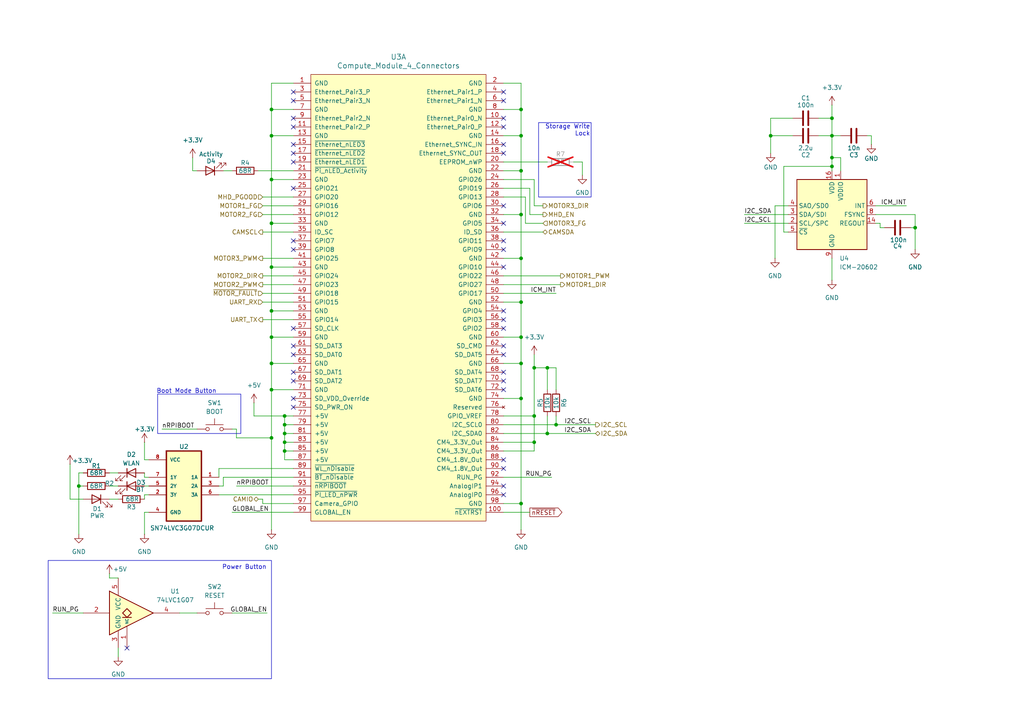
<source format=kicad_sch>
(kicad_sch (version 20231120) (generator "eeschema") (generator_version "8.0")
  (paper "A4")
  (lib_symbols
    (symbol "74xGxx:74LVC1G07"
      (property "Reference" "U" (at 0 7.62 0))
      (property "Value" "74LVC1G07" (at 3.81 -7.62 0))
      (symbol "74LVC1G07_0_1"
        (polyline (pts (xy -3.81 -1.27) (xy -1.27 -1.27)) (stroke (width 0.254)) (fill (type background)))
        (polyline (pts (xy -7.62 6.35) (xy -7.62 -6.35) (xy 5.08 0) (xy -7.62 6.35)) (stroke (width 0.254)) (fill (type background)))
        (polyline (pts (xy -2.54 1.27) (xy -3.81 0) (xy -2.54 -1.27) (xy -1.27 0) (xy -2.54 1.27)) (stroke (width 0.254)) (fill (type background)))
      )
      (symbol "74LVC1G07_1_1"
        (pin free line (at -2.54 -10.16 90) (length 6.35) (name "NC") (number "1"))
        (pin input line (at -15.24 0 0) (length 7.62) (name "~") (number "2"))
        (pin power_in line (at -5.08 -10.16 90) (length 5.08) (name "GND") (number "3"))
        (pin open_collector line (at 12.7 0 180) (length 7.62) (name "~") (number "4"))
        (pin power_in line (at -5.08 10.16 270) (length 5.08) (name "VCC") (number "5"))
      )
    )
    (symbol "CM4:Compute_Module_4_Connectors" (pin_names (offset 1.016))
      (property "Reference" "U" (at 5.08 6.35 0))
      (property "Value" "Compute_Module_4_Connectors" (at 5.08 3.81 0))
      (symbol "Compute_Module_4_Connectors_1_1"
        (rectangle (start 5.08 2.54) (end 55.88 -127) (fill (type background)))
        (pin power_in line (at 0 0 0) (length 5.08) (name "GND") (number "1"))
        (pin passive line (at 60.96 -10.16 180) (length 5.08) (name "Ethernet_Pair0_N") (number "10"))
        (pin output line (at 60.96 -124.46 180) (length 5.08) (name "~{nEXTRST}") (number "100"))
        (pin passive line (at 0 -12.7 0) (length 5.08) (name "Ethernet_Pair2_P") (number "11"))
        (pin passive line (at 60.96 -12.7 180) (length 5.08) (name "Ethernet_Pair0_P") (number "12"))
        (pin power_in line (at 0 -15.24 0) (length 5.08) (name "GND") (number "13"))
        (pin power_in line (at 60.96 -15.24 180) (length 5.08) (name "GND") (number "14"))
        (pin output line (at 0 -17.78 0) (length 5.08) (name "~{Ethernet_nLED3}") (number "15"))
        (pin input line (at 60.96 -17.78 180) (length 5.08) (name "Ethernet_SYNC_IN") (number "16"))
        (pin output line (at 0 -20.32 0) (length 5.08) (name "~{Ethernet_nLED2}") (number "17"))
        (pin input line (at 60.96 -20.32 180) (length 5.08) (name "Ethernet_SYNC_OUT") (number "18"))
        (pin output line (at 0 -22.86 0) (length 5.08) (name "~{Ethernet_nLED1}") (number "19"))
        (pin power_in line (at 60.96 0 180) (length 5.08) (name "GND") (number "2"))
        (pin passive line (at 60.96 -22.86 180) (length 5.08) (name "EEPROM_nWP") (number "20"))
        (pin open_collector line (at 0 -25.4 0) (length 5.08) (name "~{Pi_nLED_Activity}") (number "21"))
        (pin power_in line (at 60.96 -25.4 180) (length 5.08) (name "GND") (number "22"))
        (pin power_in line (at 0 -27.94 0) (length 5.08) (name "GND") (number "23"))
        (pin passive line (at 60.96 -27.94 180) (length 5.08) (name "GPIO26") (number "24"))
        (pin passive line (at 0 -30.48 0) (length 5.08) (name "GPIO21") (number "25"))
        (pin passive line (at 60.96 -30.48 180) (length 5.08) (name "GPIO19") (number "26"))
        (pin passive line (at 0 -33.02 0) (length 5.08) (name "GPIO20") (number "27"))
        (pin passive line (at 60.96 -33.02 180) (length 5.08) (name "GPIO13") (number "28"))
        (pin passive line (at 0 -35.56 0) (length 5.08) (name "GPIO16") (number "29"))
        (pin passive line (at 0 -2.54 0) (length 5.08) (name "Ethernet_Pair3_P") (number "3"))
        (pin passive line (at 60.96 -35.56 180) (length 5.08) (name "GPIO6") (number "30"))
        (pin passive line (at 0 -38.1 0) (length 5.08) (name "GPIO12") (number "31"))
        (pin power_in line (at 60.96 -38.1 180) (length 5.08) (name "GND") (number "32"))
        (pin power_in line (at 0 -40.64 0) (length 5.08) (name "GND") (number "33"))
        (pin passive line (at 60.96 -40.64 180) (length 5.08) (name "GPIO5") (number "34"))
        (pin passive line (at 0 -43.18 0) (length 5.08) (name "ID_SC") (number "35"))
        (pin passive line (at 60.96 -43.18 180) (length 5.08) (name "ID_SD") (number "36"))
        (pin passive line (at 0 -45.72 0) (length 5.08) (name "GPIO7") (number "37"))
        (pin passive line (at 60.96 -45.72 180) (length 5.08) (name "GPIO11") (number "38"))
        (pin passive line (at 0 -48.26 0) (length 5.08) (name "GPIO8") (number "39"))
        (pin passive line (at 60.96 -2.54 180) (length 5.08) (name "Ethernet_Pair1_P") (number "4"))
        (pin passive line (at 60.96 -48.26 180) (length 5.08) (name "GPIO9") (number "40"))
        (pin passive line (at 0 -50.8 0) (length 5.08) (name "GPIO25") (number "41"))
        (pin power_in line (at 60.96 -50.8 180) (length 5.08) (name "GND") (number "42"))
        (pin power_in line (at 0 -53.34 0) (length 5.08) (name "GND") (number "43"))
        (pin passive line (at 60.96 -53.34 180) (length 5.08) (name "GPIO10") (number "44"))
        (pin passive line (at 0 -55.88 0) (length 5.08) (name "GPIO24") (number "45"))
        (pin passive line (at 60.96 -55.88 180) (length 5.08) (name "GPIO22") (number "46"))
        (pin passive line (at 0 -58.42 0) (length 5.08) (name "GPIO23") (number "47"))
        (pin passive line (at 60.96 -58.42 180) (length 5.08) (name "GPIO27") (number "48"))
        (pin passive line (at 0 -60.96 0) (length 5.08) (name "GPIO18") (number "49"))
        (pin passive line (at 0 -5.08 0) (length 5.08) (name "Ethernet_Pair3_N") (number "5"))
        (pin passive line (at 60.96 -60.96 180) (length 5.08) (name "GPIO17") (number "50"))
        (pin passive line (at 0 -63.5 0) (length 5.08) (name "GPIO15") (number "51"))
        (pin power_in line (at 60.96 -63.5 180) (length 5.08) (name "GND") (number "52"))
        (pin power_in line (at 0 -66.04 0) (length 5.08) (name "GND") (number "53"))
        (pin passive line (at 60.96 -66.04 180) (length 5.08) (name "GPIO4") (number "54"))
        (pin passive line (at 0 -68.58 0) (length 5.08) (name "GPIO14") (number "55"))
        (pin passive line (at 60.96 -68.58 180) (length 5.08) (name "GPIO3") (number "56"))
        (pin passive line (at 0 -71.12 0) (length 5.08) (name "SD_CLK") (number "57"))
        (pin passive line (at 60.96 -71.12 180) (length 5.08) (name "GPIO2") (number "58"))
        (pin power_in line (at 0 -73.66 0) (length 5.08) (name "GND") (number "59"))
        (pin passive line (at 60.96 -5.08 180) (length 5.08) (name "Ethernet_Pair1_N") (number "6"))
        (pin power_in line (at 60.96 -73.66 180) (length 5.08) (name "GND") (number "60"))
        (pin passive line (at 0 -76.2 0) (length 5.08) (name "SD_DAT3") (number "61"))
        (pin passive line (at 60.96 -76.2 180) (length 5.08) (name "SD_CMD") (number "62"))
        (pin passive line (at 0 -78.74 0) (length 5.08) (name "SD_DAT0") (number "63"))
        (pin passive line (at 60.96 -78.74 180) (length 5.08) (name "SD_DAT5") (number "64"))
        (pin power_in line (at 0 -81.28 0) (length 5.08) (name "GND") (number "65"))
        (pin power_in line (at 60.96 -81.28 180) (length 5.08) (name "GND") (number "66"))
        (pin passive line (at 0 -83.82 0) (length 5.08) (name "SD_DAT1") (number "67"))
        (pin passive line (at 60.96 -83.82 180) (length 5.08) (name "SD_DAT4") (number "68"))
        (pin passive line (at 0 -86.36 0) (length 5.08) (name "SD_DAT2") (number "69"))
        (pin power_in line (at 0 -7.62 0) (length 5.08) (name "GND") (number "7"))
        (pin passive line (at 60.96 -86.36 180) (length 5.08) (name "SD_DAT7") (number "70"))
        (pin power_in line (at 0 -88.9 0) (length 5.08) (name "GND") (number "71"))
        (pin passive line (at 60.96 -88.9 180) (length 5.08) (name "SD_DAT6") (number "72"))
        (pin input line (at 0 -91.44 0) (length 5.08) (name "SD_VDD_Override") (number "73"))
        (pin power_in line (at 60.96 -91.44 180) (length 5.08) (name "GND") (number "74"))
        (pin output line (at 0 -93.98 0) (length 5.08) (name "SD_PWR_ON") (number "75"))
        (pin no_connect line (at 60.96 -93.98 180) (length 5.08) (name "Reserved") (number "76"))
        (pin power_in line (at 0 -96.52 0) (length 5.08) (name "+5V") (number "77"))
        (pin power_in line (at 60.96 -96.52 180) (length 5.08) (name "GPIO_VREF") (number "78"))
        (pin power_in line (at 0 -99.06 0) (length 5.08) (name "+5V") (number "79"))
        (pin power_in line (at 60.96 -7.62 180) (length 5.08) (name "GND") (number "8"))
        (pin bidirectional line (at 60.96 -99.06 180) (length 5.08) (name "I2C_SCL0") (number "80"))
        (pin power_in line (at 0 -101.6 0) (length 5.08) (name "+5V") (number "81"))
        (pin bidirectional line (at 60.96 -101.6 180) (length 5.08) (name "I2C_SDA0") (number "82"))
        (pin power_in line (at 0 -104.14 0) (length 5.08) (name "+5V") (number "83"))
        (pin power_out line (at 60.96 -104.14 180) (length 5.08) (name "CM4_3.3V_Out") (number "84"))
        (pin power_in line (at 0 -106.68 0) (length 5.08) (name "+5V") (number "85"))
        (pin power_out line (at 60.96 -106.68 180) (length 5.08) (name "CM4_3.3V_Out") (number "86"))
        (pin power_in line (at 0 -109.22 0) (length 5.08) (name "+5V") (number "87"))
        (pin power_out line (at 60.96 -109.22 180) (length 5.08) (name "CM4_1.8V_Out") (number "88"))
        (pin input line (at 0 -111.76 0) (length 5.08) (name "~{WL_nDisable}") (number "89"))
        (pin passive line (at 0 -10.16 0) (length 5.08) (name "Ethernet_Pair2_N") (number "9"))
        (pin power_out line (at 60.96 -111.76 180) (length 5.08) (name "CM4_1.8V_Out") (number "90"))
        (pin input line (at 0 -114.3 0) (length 5.08) (name "~{BT_nDisable}") (number "91"))
        (pin passive line (at 60.96 -114.3 180) (length 5.08) (name "RUN_PG") (number "92"))
        (pin input line (at 0 -116.84 0) (length 5.08) (name "~{nRPIBOOT}") (number "93"))
        (pin passive line (at 60.96 -116.84 180) (length 5.08) (name "AnalogIP1") (number "94"))
        (pin output line (at 0 -119.38 0) (length 5.08) (name "~{PI_LED_nPWR}") (number "95"))
        (pin passive line (at 60.96 -119.38 180) (length 5.08) (name "AnalogIP0") (number "96"))
        (pin passive line (at 0 -121.92 0) (length 5.08) (name "Camera_GPIO") (number "97"))
        (pin power_in line (at 60.96 -121.92 180) (length 5.08) (name "GND") (number "98"))
        (pin input line (at 0 -124.46 0) (length 5.08) (name "GLOBAL_EN") (number "99"))
      )
      (symbol "Compute_Module_4_Connectors_2_1"
        (rectangle (start 5.08 2.54) (end 45.72 -127) (fill (type background)))
        (pin input line (at 0 0 0) (length 5.08) (name "USB_OTG_ID") (number "101"))
        (pin input line (at 50.8 0 180) (length 5.08) (name "~{PCIe_CLK_nREQ}") (number "102"))
        (pin passive line (at 0 -2.54 0) (length 5.08) (name "USB_N") (number "103"))
        (pin no_connect line (at 50.8 -2.54 180) (length 5.08) (name "Reserved") (number "104"))
        (pin passive line (at 0 -5.08 0) (length 5.08) (name "USB_P") (number "105"))
        (pin no_connect line (at 50.8 -5.08 180) (length 5.08) (name "Reserved") (number "106"))
        (pin power_in line (at 0 -7.62 0) (length 5.08) (name "GND") (number "107"))
        (pin power_in line (at 50.8 -7.62 180) (length 5.08) (name "GND") (number "108"))
        (pin output line (at 0 -10.16 0) (length 5.08) (name "~{PCIe_nRST}") (number "109"))
        (pin output line (at 50.8 -10.16 180) (length 5.08) (name "PCIe_CLK_P") (number "110"))
        (pin output line (at 0 -12.7 0) (length 5.08) (name "VDAC_COMP") (number "111"))
        (pin output line (at 50.8 -12.7 180) (length 5.08) (name "PCIe_CLK_N") (number "112"))
        (pin power_in line (at 0 -15.24 0) (length 5.08) (name "GND") (number "113"))
        (pin power_in line (at 50.8 -15.24 180) (length 5.08) (name "GND") (number "114"))
        (pin input line (at 0 -17.78 0) (length 5.08) (name "CAM1_D0_N") (number "115"))
        (pin input line (at 50.8 -17.78 180) (length 5.08) (name "PCIe_RX_P") (number "116"))
        (pin input line (at 0 -20.32 0) (length 5.08) (name "CAM1_D0_P") (number "117"))
        (pin input line (at 50.8 -20.32 180) (length 5.08) (name "PCIe_RX_N") (number "118"))
        (pin power_in line (at 0 -22.86 0) (length 5.08) (name "GND") (number "119"))
        (pin power_in line (at 50.8 -22.86 180) (length 5.08) (name "GND") (number "120"))
        (pin input line (at 0 -25.4 0) (length 5.08) (name "CAM1_D1_N") (number "121"))
        (pin output line (at 50.8 -25.4 180) (length 5.08) (name "PCIe_TX_P") (number "122"))
        (pin input line (at 0 -27.94 0) (length 5.08) (name "CAM1_D1_P") (number "123"))
        (pin output line (at 50.8 -27.94 180) (length 5.08) (name "PCIe_TX_N") (number "124"))
        (pin power_in line (at 0 -30.48 0) (length 5.08) (name "GND") (number "125"))
        (pin power_in line (at 50.8 -30.48 180) (length 5.08) (name "GND") (number "126"))
        (pin input line (at 0 -33.02 0) (length 5.08) (name "CAM1_C_N") (number "127"))
        (pin input line (at 50.8 -33.02 180) (length 5.08) (name "CAM0_D0_N") (number "128"))
        (pin input line (at 0 -35.56 0) (length 5.08) (name "CAM1_C_P") (number "129"))
        (pin input line (at 50.8 -35.56 180) (length 5.08) (name "CAM0_D0_P") (number "130"))
        (pin power_in line (at 0 -38.1 0) (length 5.08) (name "GND") (number "131"))
        (pin power_in line (at 50.8 -38.1 180) (length 5.08) (name "GND") (number "132"))
        (pin input line (at 0 -40.64 0) (length 5.08) (name "CAM1_D2_N") (number "133"))
        (pin input line (at 50.8 -40.64 180) (length 5.08) (name "CAM0_D1_N") (number "134"))
        (pin input line (at 0 -43.18 0) (length 5.08) (name "CAM1_D2_P") (number "135"))
        (pin input line (at 50.8 -43.18 180) (length 5.08) (name "CAM0_D1_P") (number "136"))
        (pin power_in line (at 0 -45.72 0) (length 5.08) (name "GND") (number "137"))
        (pin power_in line (at 50.8 -45.72 180) (length 5.08) (name "GND") (number "138"))
        (pin input line (at 0 -48.26 0) (length 5.08) (name "CAM1_D3_N") (number "139"))
        (pin input line (at 50.8 -48.26 180) (length 5.08) (name "CAM0_C_N") (number "140"))
        (pin input line (at 0 -50.8 0) (length 5.08) (name "CAM1_D3_P") (number "141"))
        (pin input line (at 50.8 -50.8 180) (length 5.08) (name "CAM0_C_P") (number "142"))
        (pin input line (at 0 -53.34 0) (length 5.08) (name "HDMI1_HOTPLUG") (number "143"))
        (pin power_in line (at 50.8 -53.34 180) (length 5.08) (name "GND") (number "144"))
        (pin bidirectional line (at 0 -55.88 0) (length 5.08) (name "HDMI1_SDA") (number "145"))
        (pin output line (at 50.8 -55.88 180) (length 5.08) (name "HDMI1_TX2_P") (number "146"))
        (pin open_collector line (at 0 -58.42 0) (length 5.08) (name "HDMI1_SCL") (number "147"))
        (pin output line (at 50.8 -58.42 180) (length 5.08) (name "HDMI1_TX2_N") (number "148"))
        (pin open_collector line (at 0 -60.96 0) (length 5.08) (name "HDMI1_CEC") (number "149"))
        (pin power_in line (at 50.8 -60.96 180) (length 5.08) (name "GND") (number "150"))
        (pin open_collector line (at 0 -63.5 0) (length 5.08) (name "HDMI0_CEC") (number "151"))
        (pin output line (at 50.8 -63.5 180) (length 5.08) (name "HDMI1_TX1_P") (number "152"))
        (pin input line (at 0 -66.04 0) (length 5.08) (name "HDMI0_HOTPLUG") (number "153"))
        (pin output line (at 50.8 -66.04 180) (length 5.08) (name "HDMI1_TX1_N") (number "154"))
        (pin power_in line (at 0 -68.58 0) (length 5.08) (name "GND") (number "155"))
        (pin power_in line (at 50.8 -68.58 180) (length 5.08) (name "GND") (number "156"))
        (pin output line (at 0 -71.12 0) (length 5.08) (name "DSI0_D0_N") (number "157"))
        (pin output line (at 50.8 -71.12 180) (length 5.08) (name "HDMI1_TX0_P") (number "158"))
        (pin output line (at 0 -73.66 0) (length 5.08) (name "DSI0_D0_P") (number "159"))
        (pin output line (at 50.8 -73.66 180) (length 5.08) (name "HDMI1_TX0_N") (number "160"))
        (pin power_in line (at 0 -76.2 0) (length 5.08) (name "GND") (number "161"))
        (pin power_in line (at 50.8 -76.2 180) (length 5.08) (name "GND") (number "162"))
        (pin output line (at 0 -78.74 0) (length 5.08) (name "DSI0_D1_N") (number "163"))
        (pin output line (at 50.8 -78.74 180) (length 5.08) (name "HDMI1_CLK_P") (number "164"))
        (pin output line (at 0 -81.28 0) (length 5.08) (name "DSI0_D1_P") (number "165"))
        (pin output line (at 50.8 -81.28 180) (length 5.08) (name "HDMI1_CLK_N") (number "166"))
        (pin power_in line (at 0 -83.82 0) (length 5.08) (name "GND") (number "167"))
        (pin power_in line (at 50.8 -83.82 180) (length 5.08) (name "GND") (number "168"))
        (pin output line (at 0 -86.36 0) (length 5.08) (name "DSI0_C_N") (number "169"))
        (pin output line (at 50.8 -86.36 180) (length 5.08) (name "HDMI0_TX2_P") (number "170"))
        (pin output line (at 0 -88.9 0) (length 5.08) (name "DSI0_C_P") (number "171"))
        (pin output line (at 50.8 -88.9 180) (length 5.08) (name "HDMI0_TX2_N") (number "172"))
        (pin power_in line (at 0 -91.44 0) (length 5.08) (name "GND") (number "173"))
        (pin power_in line (at 50.8 -91.44 180) (length 5.08) (name "GND") (number "174"))
        (pin output line (at 0 -93.98 0) (length 5.08) (name "DSI1_D0_N") (number "175"))
        (pin output line (at 50.8 -93.98 180) (length 5.08) (name "HDMI0_TX1_P") (number "176"))
        (pin output line (at 0 -96.52 0) (length 5.08) (name "DSI1_D0_P") (number "177"))
        (pin output line (at 50.8 -96.52 180) (length 5.08) (name "HDMI0_TX1_N") (number "178"))
        (pin power_in line (at 0 -99.06 0) (length 5.08) (name "GND") (number "179"))
        (pin power_in line (at 50.8 -99.06 180) (length 5.08) (name "GND") (number "180"))
        (pin output line (at 0 -101.6 0) (length 5.08) (name "DSI1_D1_N") (number "181"))
        (pin output line (at 50.8 -101.6 180) (length 5.08) (name "HDMI0_TX0_P") (number "182"))
        (pin output line (at 0 -104.14 0) (length 5.08) (name "DSI1_D1_P") (number "183"))
        (pin output line (at 50.8 -104.14 180) (length 5.08) (name "HDMI0_TX0_N") (number "184"))
        (pin power_in line (at 0 -106.68 0) (length 5.08) (name "GND") (number "185"))
        (pin power_in line (at 50.8 -106.68 180) (length 5.08) (name "GND") (number "186"))
        (pin output line (at 0 -109.22 0) (length 5.08) (name "DSI1_C_N") (number "187"))
        (pin output line (at 50.8 -109.22 180) (length 5.08) (name "HDMI0_CLK_P") (number "188"))
        (pin output line (at 0 -111.76 0) (length 5.08) (name "DSI1_C_P") (number "189"))
        (pin output line (at 50.8 -111.76 180) (length 5.08) (name "HDMI0_CLK_N") (number "190"))
        (pin power_in line (at 0 -114.3 0) (length 5.08) (name "GND") (number "191"))
        (pin power_in line (at 50.8 -114.3 180) (length 5.08) (name "GND") (number "192"))
        (pin output line (at 0 -116.84 0) (length 5.08) (name "DSI1_D2_N") (number "193"))
        (pin output line (at 50.8 -116.84 180) (length 5.08) (name "DSI1_D3_N") (number "194"))
        (pin output line (at 0 -119.38 0) (length 5.08) (name "DSI1_D2_P") (number "195"))
        (pin output line (at 50.8 -119.38 180) (length 5.08) (name "DSI1_D3_P") (number "196"))
        (pin power_in line (at 0 -121.92 0) (length 5.08) (name "GND") (number "197"))
        (pin power_in line (at 50.8 -121.92 180) (length 5.08) (name "GND") (number "198"))
        (pin bidirectional line (at 0 -124.46 0) (length 5.08) (name "HDMI0_SDA") (number "199"))
        (pin open_collector line (at 50.8 -124.46 180) (length 5.08) (name "HDMI0_SCL") (number "200"))
      )
    )
    (symbol "Device:C" (pin_numbers hide) (pin_names (offset 0.254))
      (property "Reference" "C" (at 0.635 2.54 0))
      (property "Value" "C" (at 0.635 -2.54 0))
      (symbol "C_0_1"
        (polyline (pts (xy -2.032 -0.762) (xy 2.032 -0.762)) (stroke (width 0.508)))
        (polyline (pts (xy -2.032 0.762) (xy 2.032 0.762)) (stroke (width 0.508)))
      )
      (symbol "C_1_1"
        (pin passive line (at 0 3.81 270) (length 2.794) (name "~") (number "1"))
        (pin passive line (at 0 -3.81 90) (length 2.794) (name "~") (number "2"))
      )
    )
    (symbol "Device:LED" (pin_numbers hide) (pin_names (offset 1.016) hide)
      (property "Reference" "D" (at 0 2.54 0))
      (property "Value" "LED" (at 0 -2.54 0))
      (symbol "LED_0_1"
        (polyline (pts (xy -1.27 -1.27) (xy -1.27 1.27)) (stroke (width 0.254)))
        (polyline (pts (xy -1.27 0) (xy 1.27 0)))
        (polyline (pts (xy 1.27 -1.27) (xy 1.27 1.27) (xy -1.27 0) (xy 1.27 -1.27)) (stroke (width 0.254)))
        (polyline (pts (xy -3.048 -0.762) (xy -4.572 -2.286) (xy -3.81 -2.286) (xy -4.572 -2.286) (xy -4.572 -1.524)))
        (polyline (pts (xy -1.778 -0.762) (xy -3.302 -2.286) (xy -2.54 -2.286) (xy -3.302 -2.286) (xy -3.302 -1.524)))
      )
      (symbol "LED_1_1"
        (pin passive line (at -3.81 0 0) (length 2.54) (name "K") (number "1"))
        (pin passive line (at 3.81 0 180) (length 2.54) (name "A") (number "2"))
      )
    )
    (symbol "Device:R" (pin_numbers hide) (pin_names (offset 0))
      (property "Reference" "R" (at 2.032 0 90))
      (property "Value" "R" (at 0 0 90))
      (symbol "R_0_1"
        (rectangle (start -1.016 -2.54) (end 1.016 2.54) (stroke (width 0.254)))
      )
      (symbol "R_1_1"
        (pin passive line (at 0 3.81 270) (length 1.27) (name "~") (number "1"))
        (pin passive line (at 0 -3.81 90) (length 1.27) (name "~") (number "2"))
      )
    )
    (symbol "SN74LVC3G07DCUR:SN74LVC3G07DCUR" (pin_names (offset 1.016))
      (property "Reference" "U" (at -12.7 11.16 0))
      (property "Value" "SN74LVC3G07DCUR" (at -12.7 -14.16 0))
      (symbol "SN74LVC3G07DCUR_0_0"
        (rectangle (start -12.7 10.16) (end -2.54 -10.16) (stroke (width 0.41)) (fill (type background)))
        (pin input line (at -17.78 2.54 0) (length 5.08) (name "1A") (number "1"))
        (pin output line (at 2.54 -2.54 180) (length 5.08) (name "3Y") (number "2"))
        (pin input line (at -17.78 0 0) (length 5.08) (name "2A") (number "3"))
        (pin power_in line (at 2.54 -7.62 180) (length 5.08) (name "GND") (number "4"))
        (pin output line (at 2.54 0 180) (length 5.08) (name "2Y") (number "5"))
        (pin input line (at -17.78 -2.54 0) (length 5.08) (name "3A") (number "6"))
        (pin output line (at 2.54 2.54 180) (length 5.08) (name "1Y") (number "7"))
        (pin power_in line (at 2.54 7.62 180) (length 5.08) (name "VCC") (number "8"))
      )
    )
    (symbol "Sensor_Motion:ICM-20602"
      (property "Reference" "U" (at -10.16 11.43 0))
      (property "Value" "ICM-20602" (at 10.16 11.43 0))
      (symbol "ICM-20602_0_1"
        (rectangle (start -10.16 10.16) (end 10.16 -10.16) (stroke (width 0.254)) (fill (type background)))
      )
      (symbol "ICM-20602_1_1"
        (pin power_in line (at 2.54 12.7 270) (length 2.54) (name "VDDIO") (number "1"))
        (pin passive line (at 0 -12.7 90) (length 2.54) hide (name "GND") (number "10"))
        (pin passive line (at 0 -12.7 90) (length 2.54) hide (name "GND") (number "11"))
        (pin passive line (at 0 -12.7 90) (length 2.54) hide (name "GND") (number "12"))
        (pin passive line (at 0 -12.7 90) (length 2.54) hide (name "GND") (number "13"))
        (pin passive line (at 12.7 -2.54 180) (length 2.54) (name "REGOUT") (number "14"))
        (pin passive line (at 0 -12.7 90) (length 2.54) hide (name "GND") (number "15"))
        (pin power_in line (at 0 12.7 270) (length 2.54) (name "VDD") (number "16"))
        (pin input line (at -12.7 -2.54 0) (length 2.54) (name "SCL/SPC") (number "2"))
        (pin bidirectional line (at -12.7 0 0) (length 2.54) (name "SDA/SDI") (number "3"))
        (pin bidirectional line (at -12.7 2.54 0) (length 2.54) (name "SAO/SD0") (number "4"))
        (pin input line (at -12.7 -5.08 0) (length 2.54) (name "~{CS}") (number "5"))
        (pin output line (at 12.7 2.54 180) (length 2.54) (name "INT") (number "6"))
        (pin no_connect line (at -10.16 5.08 0) (length 2.54) hide (name "RESV") (number "7"))
        (pin input line (at 12.7 0 180) (length 2.54) (name "FSYNC") (number "8"))
        (pin power_in line (at 0 -12.7 90) (length 2.54) (name "GND") (number "9"))
      )
    )
    (symbol "Switch:SW_Push" (pin_numbers hide) (pin_names (offset 1.016) hide)
      (property "Reference" "SW" (at 1.27 2.54 0))
      (property "Value" "SW_Push" (at 0 -1.524 0))
      (symbol "SW_Push_0_1"
        (circle (center -2.032 0) (radius 0.508))
        (polyline (pts (xy 0 1.27) (xy 0 3.048)))
        (polyline (pts (xy 2.54 1.27) (xy -2.54 1.27)))
        (circle (center 2.032 0) (radius 0.508))
        (pin passive line (at -5.08 0 0) (length 2.54) (name "1") (number "1"))
        (pin passive line (at 5.08 0 180) (length 2.54) (name "2") (number "2"))
      )
    )
    (symbol "power:+3.3V" (power) (pin_numbers hide) (pin_names (offset 0) hide)
      (property "Value" "+3.3V" (at 0 3.556 0))
      (symbol "+3.3V_0_1"
        (polyline (pts (xy -0.762 1.27) (xy 0 2.54)))
        (polyline (pts (xy 0 0) (xy 0 2.54)))
        (polyline (pts (xy 0 2.54) (xy 0.762 1.27)))
      )
      (symbol "+3.3V_1_1"
        (pin power_in line (at 0 0 90) (length 0) (name "~") (number "1"))
      )
    )
    (symbol "power:+5V" (power) (pin_numbers hide) (pin_names (offset 0) hide)
      (property "Value" "+5V" (at 0 3.556 0))
      (symbol "+5V_0_1"
        (polyline (pts (xy -0.762 1.27) (xy 0 2.54)))
        (polyline (pts (xy 0 0) (xy 0 2.54)))
        (polyline (pts (xy 0 2.54) (xy 0.762 1.27)))
      )
      (symbol "+5V_1_1"
        (pin power_in line (at 0 0 90) (length 0) (name "~") (number "1"))
      )
    )
    (symbol "power:GND" (power) (pin_numbers hide) (pin_names (offset 0) hide)
      (property "Value" "GND" (at 0 -3.81 0))
      (symbol "GND_0_1"
        (polyline (pts (xy 0 0) (xy 0 -1.27) (xy 1.27 -1.27) (xy 0 -2.54) (xy -1.27 -1.27) (xy 0 -1.27)))
      )
      (symbol "GND_1_1"
        (pin power_in line (at 0 0 270) (length 0) (name "~") (number "1"))
      )
    )
  )
  (junction (at 154.94 106.68))
  (junction (at 151.13 49.53))
  (junction (at 78.74 77.47))
  (junction (at 82.55 123.19))
  (junction (at 151.13 62.23))
  (junction (at 154.94 120.65))
  (junction (at 78.74 39.37))
  (junction (at 161.29 123.19))
  (junction (at 241.3 34.29))
  (junction (at 78.74 105.41))
  (junction (at 78.74 113.03))
  (junction (at 158.75 125.73))
  (junction (at 78.74 90.17))
  (junction (at 78.74 64.77))
  (junction (at 78.74 52.07))
  (junction (at 223.52 39.37))
  (junction (at 82.55 120.65))
  (junction (at 151.13 105.41))
  (junction (at 154.94 128.27))
  (junction (at 241.3 39.37))
  (junction (at 151.13 87.63))
  (junction (at 241.3 48.26))
  (junction (at 78.74 127))
  (junction (at 151.13 31.75))
  (junction (at 151.13 115.57))
  (junction (at 265.43 66.04))
  (junction (at 151.13 39.37))
  (junction (at 82.55 130.81))
  (junction (at 82.55 125.73))
  (junction (at 151.13 97.79))
  (junction (at 78.74 97.79))
  (junction (at 241.3 45.72))
  (junction (at 151.13 146.05))
  (junction (at 158.75 106.68))
  (junction (at 82.55 128.27))
  (junction (at 78.74 31.75))
  (junction (at 22.86 140.97))
  (junction (at 151.13 74.93))
  (no_connect (at 146.05 92.71))
  (no_connect (at 85.09 69.85))
  (no_connect (at 146.05 72.39))
  (no_connect (at 146.05 113.03))
  (no_connect (at 146.05 90.17))
  (no_connect (at 146.05 133.35))
  (no_connect (at 85.09 115.57))
  (no_connect (at 85.09 36.83))
  (no_connect (at 146.05 44.45))
  (no_connect (at 146.05 143.51))
  (no_connect (at 85.09 44.45))
  (no_connect (at 85.09 41.91))
  (no_connect (at 85.09 26.67))
  (no_connect (at 85.09 107.95))
  (no_connect (at 146.05 29.21))
  (no_connect (at 146.05 100.33))
  (no_connect (at 36.83 187.96))
  (no_connect (at 85.09 102.87))
  (no_connect (at 146.05 110.49))
  (no_connect (at 85.09 34.29))
  (no_connect (at 85.09 118.11))
  (no_connect (at 146.05 77.47))
  (no_connect (at 146.05 102.87))
  (no_connect (at 85.09 95.25))
  (no_connect (at 85.09 72.39))
  (no_connect (at 146.05 69.85))
  (no_connect (at 85.09 46.99))
  (no_connect (at 85.09 110.49))
  (no_connect (at 146.05 140.97))
  (no_connect (at 146.05 135.89))
  (no_connect (at 146.05 59.69))
  (no_connect (at 85.09 100.33))
  (no_connect (at 146.05 36.83))
  (no_connect (at 85.09 29.21))
  (no_connect (at 146.05 26.67))
  (no_connect (at 146.05 41.91))
  (no_connect (at 146.05 107.95))
  (no_connect (at 146.05 34.29))
  (no_connect (at 146.05 64.77))
  (no_connect (at 146.05 95.25))
  (no_connect (at 85.09 54.61))
  (wire (pts (xy 146.05 148.59) (xy 153.67 148.59)))
  (wire (pts (xy 67.31 177.8) (xy 77.47 177.8)))
  (wire (pts (xy 41.91 143.51) (xy 43.18 143.51)))
  (wire (pts (xy 146.05 85.09) (xy 161.29 85.09)))
  (wire (pts (xy 76.2 57.15) (xy 85.09 57.15)))
  (wire (pts (xy 237.49 34.29) (xy 241.3 34.29)))
  (wire (pts (xy 243.84 39.37) (xy 241.3 39.37)))
  (wire (pts (xy 158.75 106.68) (xy 154.94 106.68)))
  (wire (pts (xy 76.2 67.31) (xy 85.09 67.31)))
  (wire (pts (xy 151.13 74.93) (xy 151.13 87.63)))
  (wire (pts (xy 85.09 135.89) (xy 63.5 135.89)))
  (wire (pts (xy 82.55 125.73) (xy 82.55 123.19)))
  (wire (pts (xy 154.94 102.87) (xy 154.94 106.68)))
  (wire (pts (xy 265.43 62.23) (xy 265.43 66.04)))
  (wire (pts (xy 74.93 144.78) (xy 76.2 144.78)))
  (wire (pts (xy 76.2 59.69) (xy 85.09 59.69)))
  (wire (pts (xy 82.55 125.73) (xy 85.09 125.73)))
  (wire (pts (xy 82.55 123.19) (xy 85.09 123.19)))
  (wire (pts (xy 76.2 92.71) (xy 85.09 92.71)))
  (wire (pts (xy 85.09 64.77) (xy 78.74 64.77)))
  (wire (pts (xy 85.09 133.35) (xy 82.55 133.35)))
  (wire (pts (xy 41.91 133.35) (xy 43.18 133.35)))
  (wire (pts (xy 151.13 146.05) (xy 146.05 146.05)))
  (wire (pts (xy 254 62.23) (xy 265.43 62.23)))
  (wire (pts (xy 241.3 39.37) (xy 241.3 45.72)))
  (wire (pts (xy 24.13 137.16) (xy 22.86 137.16)))
  (wire (pts (xy 151.13 62.23) (xy 151.13 74.93)))
  (wire (pts (xy 41.91 148.59) (xy 41.91 154.94)))
  (wire (pts (xy 146.05 67.31) (xy 157.48 67.31)))
  (wire (pts (xy 153.67 62.23) (xy 157.48 62.23)))
  (wire (pts (xy 152.4 64.77) (xy 157.48 64.77)))
  (wire (pts (xy 85.09 24.13) (xy 78.74 24.13)))
  (wire (pts (xy 24.13 144.78) (xy 20.32 144.78)))
  (wire (pts (xy 146.05 39.37) (xy 151.13 39.37)))
  (wire (pts (xy 34.29 140.97) (xy 31.75 140.97)))
  (wire (pts (xy 161.29 106.68) (xy 158.75 106.68)))
  (wire (pts (xy 78.74 105.41) (xy 78.74 113.03)))
  (wire (pts (xy 227.33 67.31) (xy 227.33 48.26)))
  (wire (pts (xy 264.16 66.04) (xy 265.43 66.04)))
  (wire (pts (xy 31.75 137.16) (xy 34.29 137.16)))
  (wire (pts (xy 154.94 59.69) (xy 157.48 59.69)))
  (wire (pts (xy 78.74 31.75) (xy 85.09 31.75)))
  (wire (pts (xy 82.55 133.35) (xy 82.55 130.81)))
  (wire (pts (xy 146.05 82.55) (xy 162.56 82.55)))
  (wire (pts (xy 78.74 39.37) (xy 85.09 39.37)))
  (wire (pts (xy 68.58 140.97) (xy 85.09 140.97)))
  (wire (pts (xy 161.29 113.03) (xy 161.29 106.68)))
  (wire (pts (xy 154.94 106.68) (xy 154.94 120.65)))
  (wire (pts (xy 146.05 24.13) (xy 151.13 24.13)))
  (wire (pts (xy 146.05 115.57) (xy 151.13 115.57)))
  (wire (pts (xy 152.4 57.15) (xy 152.4 64.77)))
  (wire (pts (xy 78.74 90.17) (xy 78.74 97.79)))
  (wire (pts (xy 85.09 52.07) (xy 78.74 52.07)))
  (wire (pts (xy 255.27 66.04) (xy 256.54 66.04)))
  (wire (pts (xy 237.49 39.37) (xy 241.3 39.37)))
  (wire (pts (xy 254 64.77) (xy 255.27 64.77)))
  (wire (pts (xy 43.18 138.43) (xy 41.91 138.43)))
  (wire (pts (xy 228.6 59.69) (xy 224.79 59.69)))
  (wire (pts (xy 78.74 31.75) (xy 78.74 39.37)))
  (wire (pts (xy 82.55 123.19) (xy 82.55 120.65)))
  (wire (pts (xy 146.05 52.07) (xy 154.94 52.07)))
  (wire (pts (xy 78.74 90.17) (xy 85.09 90.17)))
  (wire (pts (xy 146.05 49.53) (xy 151.13 49.53)))
  (wire (pts (xy 224.79 59.69) (xy 224.79 74.93)))
  (wire (pts (xy 151.13 31.75) (xy 151.13 39.37)))
  (wire (pts (xy 146.05 128.27) (xy 154.94 128.27)))
  (wire (pts (xy 74.93 49.53) (xy 85.09 49.53)))
  (wire (pts (xy 76.2 82.55) (xy 85.09 82.55)))
  (wire (pts (xy 78.74 77.47) (xy 78.74 90.17)))
  (wire (pts (xy 31.75 167.64) (xy 34.29 167.64)))
  (wire (pts (xy 154.94 52.07) (xy 154.94 59.69)))
  (wire (pts (xy 78.74 113.03) (xy 78.74 127)))
  (wire (pts (xy 168.91 46.99) (xy 168.91 50.8)))
  (wire (pts (xy 85.09 143.51) (xy 63.5 143.51)))
  (wire (pts (xy 146.05 74.93) (xy 151.13 74.93)))
  (wire (pts (xy 41.91 138.43) (xy 41.91 137.16)))
  (wire (pts (xy 146.05 125.73) (xy 158.75 125.73)))
  (wire (pts (xy 78.74 52.07) (xy 78.74 64.77)))
  (wire (pts (xy 82.55 130.81) (xy 85.09 130.81)))
  (wire (pts (xy 46.99 124.46) (xy 57.15 124.46)))
  (wire (pts (xy 82.55 120.65) (xy 73.66 120.65)))
  (wire (pts (xy 22.86 140.97) (xy 22.86 154.94)))
  (wire (pts (xy 67.31 148.59) (xy 85.09 148.59)))
  (wire (pts (xy 151.13 146.05) (xy 151.13 153.67)))
  (wire (pts (xy 64.77 138.43) (xy 85.09 138.43)))
  (wire (pts (xy 241.3 34.29) (xy 241.3 39.37)))
  (wire (pts (xy 161.29 120.65) (xy 161.29 123.19)))
  (wire (pts (xy 64.77 49.53) (xy 67.31 49.53)))
  (wire (pts (xy 57.15 49.53) (xy 55.88 49.53)))
  (wire (pts (xy 153.67 54.61) (xy 153.67 62.23)))
  (wire (pts (xy 243.84 49.53) (xy 243.84 45.72)))
  (wire (pts (xy 78.74 105.41) (xy 85.09 105.41)))
  (wire (pts (xy 63.5 135.89) (xy 63.5 138.43)))
  (wire (pts (xy 41.91 140.97) (xy 43.18 140.97)))
  (wire (pts (xy 146.05 57.15) (xy 152.4 57.15)))
  (wire (pts (xy 34.29 187.96) (xy 34.29 190.5)))
  (wire (pts (xy 31.75 166.37) (xy 31.75 167.64)))
  (wire (pts (xy 146.05 130.81) (xy 154.94 130.81)))
  (wire (pts (xy 151.13 87.63) (xy 151.13 97.79)))
  (wire (pts (xy 34.29 144.78) (xy 31.75 144.78)))
  (wire (pts (xy 241.3 74.93) (xy 241.3 81.28)))
  (wire (pts (xy 146.05 123.19) (xy 161.29 123.19)))
  (wire (pts (xy 223.52 39.37) (xy 229.87 39.37)))
  (wire (pts (xy 76.2 85.09) (xy 85.09 85.09)))
  (wire (pts (xy 223.52 34.29) (xy 223.52 39.37)))
  (wire (pts (xy 63.5 140.97) (xy 64.77 140.97)))
  (wire (pts (xy 151.13 39.37) (xy 151.13 49.53)))
  (wire (pts (xy 78.74 97.79) (xy 78.74 105.41)))
  (wire (pts (xy 166.37 46.99) (xy 168.91 46.99)))
  (wire (pts (xy 78.74 39.37) (xy 78.74 52.07)))
  (wire (pts (xy 146.05 31.75) (xy 151.13 31.75)))
  (wire (pts (xy 146.05 87.63) (xy 151.13 87.63)))
  (wire (pts (xy 20.32 134.62) (xy 20.32 144.78)))
  (wire (pts (xy 151.13 105.41) (xy 151.13 115.57)))
  (wire (pts (xy 82.55 120.65) (xy 85.09 120.65)))
  (wire (pts (xy 15.24 177.8) (xy 24.13 177.8)))
  (wire (pts (xy 228.6 67.31) (xy 227.33 67.31)))
  (wire (pts (xy 146.05 120.65) (xy 154.94 120.65)))
  (wire (pts (xy 251.46 39.37) (xy 252.73 39.37)))
  (wire (pts (xy 151.13 97.79) (xy 151.13 105.41)))
  (wire (pts (xy 76.2 80.01) (xy 85.09 80.01)))
  (wire (pts (xy 265.43 66.04) (xy 265.43 72.39)))
  (wire (pts (xy 67.31 124.46) (xy 68.58 124.46)))
  (wire (pts (xy 78.74 64.77) (xy 78.74 77.47)))
  (wire (pts (xy 55.88 45.72) (xy 55.88 49.53)))
  (wire (pts (xy 76.2 87.63) (xy 85.09 87.63)))
  (wire (pts (xy 146.05 46.99) (xy 158.75 46.99)))
  (wire (pts (xy 78.74 24.13) (xy 78.74 31.75)))
  (wire (pts (xy 154.94 120.65) (xy 154.94 128.27)))
  (wire (pts (xy 22.86 140.97) (xy 24.13 140.97)))
  (wire (pts (xy 43.18 148.59) (xy 41.91 148.59)))
  (wire (pts (xy 146.05 97.79) (xy 151.13 97.79)))
  (wire (pts (xy 146.05 105.41) (xy 151.13 105.41)))
  (wire (pts (xy 146.05 54.61) (xy 153.67 54.61)))
  (wire (pts (xy 255.27 64.77) (xy 255.27 66.04)))
  (wire (pts (xy 82.55 128.27) (xy 85.09 128.27)))
  (wire (pts (xy 78.74 77.47) (xy 85.09 77.47)))
  (wire (pts (xy 243.84 45.72) (xy 241.3 45.72)))
  (wire (pts (xy 82.55 130.81) (xy 82.55 128.27)))
  (wire (pts (xy 241.3 48.26) (xy 241.3 49.53)))
  (wire (pts (xy 223.52 39.37) (xy 223.52 44.45)))
  (wire (pts (xy 154.94 128.27) (xy 154.94 130.81)))
  (wire (pts (xy 215.9 64.77) (xy 228.6 64.77)))
  (wire (pts (xy 252.73 39.37) (xy 252.73 41.91)))
  (wire (pts (xy 229.87 34.29) (xy 223.52 34.29)))
  (wire (pts (xy 158.75 125.73) (xy 172.72 125.73)))
  (wire (pts (xy 41.91 144.78) (xy 41.91 143.51)))
  (wire (pts (xy 161.29 123.19) (xy 172.72 123.19)))
  (wire (pts (xy 73.66 116.84) (xy 73.66 120.65)))
  (wire (pts (xy 78.74 127) (xy 78.74 153.67)))
  (wire (pts (xy 158.75 113.03) (xy 158.75 106.68)))
  (wire (pts (xy 68.58 127) (xy 78.74 127)))
  (wire (pts (xy 241.3 30.48) (xy 241.3 34.29)))
  (wire (pts (xy 227.33 48.26) (xy 241.3 48.26)))
  (wire (pts (xy 22.86 137.16) (xy 22.86 140.97)))
  (wire (pts (xy 241.3 45.72) (xy 241.3 48.26)))
  (wire (pts (xy 151.13 24.13) (xy 151.13 31.75)))
  (wire (pts (xy 76.2 74.93) (xy 85.09 74.93)))
  (wire (pts (xy 151.13 49.53) (xy 151.13 62.23)))
  (wire (pts (xy 64.77 140.97) (xy 64.77 138.43)))
  (wire (pts (xy 85.09 97.79) (xy 78.74 97.79)))
  (wire (pts (xy 82.55 128.27) (xy 82.55 125.73)))
  (wire (pts (xy 68.58 124.46) (xy 68.58 127)))
  (wire (pts (xy 52.07 177.8) (xy 57.15 177.8)))
  (wire (pts (xy 254 59.69) (xy 262.89 59.69)))
  (wire (pts (xy 215.9 62.23) (xy 228.6 62.23)))
  (wire (pts (xy 41.91 128.27) (xy 41.91 133.35)))
  (wire (pts (xy 146.05 138.43) (xy 160.02 138.43)))
  (wire (pts (xy 76.2 146.05) (xy 85.09 146.05)))
  (wire (pts (xy 76.2 144.78) (xy 76.2 146.05)))
  (wire (pts (xy 76.2 62.23) (xy 85.09 62.23)))
  (wire (pts (xy 146.05 80.01) (xy 162.56 80.01)))
  (wire (pts (xy 158.75 120.65) (xy 158.75 125.73)))
  (wire (pts (xy 151.13 115.57) (xy 151.13 146.05)))
  (wire (pts (xy 146.05 62.23) (xy 151.13 62.23)))
  (wire (pts (xy 85.09 113.03) (xy 78.74 113.03)))
  (rectangle (start 156.21 35.56) (end 171.45 57.15))
  (rectangle (start 13.97 162.56) (end 78.74 196.85))
  (rectangle (start 45.72 114.3) (end 69.85 125.73))
  (text "Storage Write\nLock\n" (at 171.196 37.846 0) (effects (font (size 1.27 1.27)) (justify right)))
  (text "Power Button" (at 70.866 164.592 0) (effects (font (size 1.27 1.27))))
  (text "Boot Mode Button\n" (at 54.102 113.538 0) (effects (font (size 1.27 1.27))))
  (label "nRPIBOOT" (at 46.99 124.46 0))
  (label "RUN_PG" (at 160.02 138.43 180))
  (label "ICM_INT" (at 262.89 59.69 180))
  (label "ICM_INT" (at 161.29 85.09 180))
  (label "I2C_SDA" (at 215.9 62.23 0))
  (label "I2C_SDA" (at 171.45 125.73 180))
  (label "I2C_SCL" (at 215.9 64.77 0))
  (label "RUN_PG" (at 15.24 177.8 0))
  (label "nRPIBOOT" (at 68.58 140.97 0))
  (label "GLOBAL_EN" (at 77.47 177.8 180))
  (label "GLOBAL_EN" (at 67.31 148.59 0))
  (label "I2C_SCL" (at 171.45 123.19 180))
  (global_label "~{nRESET}" (shape output) (at 153.67 148.59 0) (property "Intersheetrefs" "${INTERSHEET_REFS}" (effects (hide yes))))
  (hierarchical_label "MHD_PGOOD" (shape input) (at 76.2 57.15 180))
  (hierarchical_label "~{MOTOR_FAULT}" (shape input) (at 76.2 85.09 180))
  (hierarchical_label "MOTOR2_DIR" (shape output) (at 76.2 80.01 180))
  (hierarchical_label "I2C_SCL" (shape output) (at 172.72 123.19 0))
  (hierarchical_label "MHD_EN" (shape output) (at 157.48 62.23 0))
  (hierarchical_label "MOTOR2_PWM" (shape output) (at 76.2 82.55 180))
  (hierarchical_label "MOTOR3_PWM" (shape output) (at 76.2 74.93 180))
  (hierarchical_label "MOTOR3_DIR" (shape output) (at 157.48 59.69 0))
  (hierarchical_label "CAMIO" (shape bidirectional) (at 74.93 144.78 180))
  (hierarchical_label "UART_RX" (shape input) (at 76.2 87.63 180))
  (hierarchical_label "CAMSDA" (shape bidirectional) (at 157.48 67.31 0))
  (hierarchical_label "MOTOR1_PWM" (shape output) (at 162.56 80.01 0))
  (hierarchical_label "MOTOR1_DIR" (shape output) (at 162.56 82.55 0))
  (hierarchical_label "MOTOR1_FG" (shape input) (at 76.2 59.69 180))
  (hierarchical_label "I2C_SDA" (shape bidirectional) (at 172.72 125.73 0))
  (hierarchical_label "MOTOR2_FG" (shape input) (at 76.2 62.23 180))
  (hierarchical_label "CAMSCL" (shape output) (at 76.2 67.31 180))
  (hierarchical_label "MOTOR3_FG" (shape input) (at 157.48 64.77 0))
  (hierarchical_label "UART_TX" (shape output) (at 76.2 92.71 180))
  (symbol (lib_id "power:+5V") (at 73.66 116.84 0) (unit 1)
    (property "Reference" "#PWR08" (effects (hide yes)))
    (property "Value" "+5V" (at 73.66 111.76 0))
    (property "Description" "Power symbol creates a global label with name \"+5V\"" (effects (hide yes)))
  )
  (symbol (lib_id "power:GND") (at 41.91 154.94 0) (unit 1)
    (property "Reference" "#PWR06" (effects (hide yes)))
    (property "Value" "GND" (at 41.91 160.02 0))
    (property "Description" "Power symbol creates a global label with name \"GND\" , ground" (effects (hide yes)))
  )
  (symbol (lib_id "Device:R") (at 71.12 49.53 270) (unit 1)
    (property "Reference" "R4" (at 71.12 47.244 90))
    (property "Value" "68R" (at 71.12 49.53 90))
    (property "Footprint" "Resistor_SMD:R_0402_1005Metric" (effects (hide yes)))
    (property "Description" "Resistor" (effects (hide yes)))
    (property "DIGIKEY_PN" "P68.0LCT-ND" (effects (hide yes)))
  )
  (symbol (lib_id "Device:C") (at 233.68 39.37 90) (unit 1)
    (property "Reference" "C2" (at 233.68 44.958 90))
    (property "Value" "2.2u" (at 233.68 42.926 90))
    (property "Footprint" "Capacitor_SMD:C_0603_1608Metric" (effects (hide yes)))
    (property "Description" "Unpolarized capacitor" (effects (hide yes)))
    (property "DIGIKEY_PN" "1276-1040-1-ND" (effects (hide yes)))
  )
  (symbol (lib_id "Device:LED") (at 38.1 140.97 0) (unit 1)
    (property "Reference" "D3" (at 40.894 139.954 0))
    (property "Value" "BT" (at 40.64 141.986 0))
    (property "Footprint" "LED_SMD:LED_0603_1608Metric" (effects (hide yes)))
    (property "Description" "Light emitting diode" (effects (hide yes)))
    (property "DIGIKEY_PN" "732-4980-1-ND" (effects (hide yes)))
  )
  (symbol (lib_id "Switch:SW_Push") (at 62.23 124.46 0) (unit 1)
    (property "Reference" "SW1" (at 62.23 116.84 0))
    (property "Value" "BOOT" (at 62.23 119.38 0))
    (property "Footprint" "Button_Switch_SMD:SW_SPST_PTS647_Sx38" (effects (hide yes)))
    (property "Description" "Push button switch, generic, two pins" (effects (hide yes)))
    (property "DIGIKEY_PN" "PTS647SM38SMTR2LFSCT-ND" (effects (hide yes)))
  )
  (symbol (lib_id "power:+3.3V") (at 241.3 30.48 0) (unit 1)
    (property "Reference" "#PWR015" (effects (hide yes)))
    (property "Value" "+3.3V" (at 241.3 25.4 0))
    (property "Description" "Power symbol creates a global label with name \"+3.3V\"" (effects (hide yes)))
  )
  (symbol (lib_id "Device:LED") (at 60.96 49.53 180) (unit 1)
    (property "Reference" "D4" (at 61.214 46.736 0))
    (property "Value" "Activity" (at 61.214 44.704 0))
    (property "Footprint" "LED_SMD:LED_0603_1608Metric" (effects (hide yes)))
    (property "Description" "Light emitting diode" (effects (hide yes)))
    (property "DIGIKEY_PN" "732-4980-1-ND" (effects (hide yes)))
  )
  (symbol (lib_id "power:+3.3V") (at 20.32 134.62 0) (unit 1)
    (property "Reference" "#PWR01" (effects (hide yes)))
    (property "Value" "+3.3V" (at 23.876 133.604 0))
    (property "Description" "Power symbol creates a global label with name \"+3.3V\"" (effects (hide yes)))
  )
  (symbol (lib_id "Device:R") (at 27.94 140.97 90) (unit 1)
    (property "Reference" "R2" (at 31.75 140.208 90))
    (property "Value" "68R" (at 27.94 140.97 90))
    (property "Footprint" "Resistor_SMD:R_0402_1005Metric" (effects (hide yes)))
    (property "Description" "Resistor" (effects (hide yes)))
    (property "DIGIKEY_PN" "P68.0LCT-ND" (effects (hide yes)))
  )
  (symbol (lib_id "Device:LED") (at 38.1 137.16 0) (unit 1)
    (property "Reference" "D2" (at 38.1 131.826 0))
    (property "Value" "WLAN" (at 38.1 134.366 0))
    (property "Footprint" "LED_SMD:LED_0603_1608Metric" (effects (hide yes)))
    (property "Description" "Light emitting diode" (effects (hide yes)))
    (property "DIGIKEY_PN" "732-4980-1-ND" (effects (hide yes)))
  )
  (symbol (lib_id "Device:C") (at 247.65 39.37 90) (unit 1)
    (property "Reference" "C3" (at 247.65 44.958 90))
    (property "Value" "10n" (at 247.65 42.926 90))
    (property "Footprint" "Capacitor_SMD:C_0402_1005Metric" (effects (hide yes)))
    (property "Description" "Unpolarized capacitor" (effects (hide yes)))
    (property "DIGIKEY_PN" "1276-1028-1-ND" (effects (hide yes)))
  )
  (symbol (lib_id "Device:R") (at 162.56 46.99 90) (unit 1) (dnp yes)
    (property "Reference" "R7" (at 162.56 44.704 90))
    (property "Value" "0R" (at 162.56 46.99 90))
    (property "Footprint" "Resistor_SMD:R_0402_1005Metric" (effects (hide yes)))
    (property "Description" "Resistor" (effects (hide yes)))
    (property "DIGIKEY_PN" "P0.0JCT-ND" (effects (hide yes)))
  )
  (symbol (lib_id "Switch:SW_Push") (at 62.23 177.8 0) (unit 1)
    (property "Reference" "SW2" (at 62.23 170.18 0))
    (property "Value" "RESET" (at 62.23 172.72 0))
    (property "Footprint" "Button_Switch_SMD:SW_SPST_PTS647_Sx38" (effects (hide yes)))
    (property "Description" "Push button switch, generic, two pins" (effects (hide yes)))
    (property "DIGIKEY_PN" "PTS647SM38SMTR2LFSCT-ND" (effects (hide yes)))
  )
  (symbol (lib_id "SN74LVC3G07DCUR:SN74LVC3G07DCUR") (at 45.72 140.97 0) (mirror y) (unit 1)
    (property "Reference" "U2" (at 53.34 129.54 0))
    (property "Value" "SN74LVC3G07DCUR" (at 52.832 153.162 0))
    (property "Footprint" "Package_SO:VSSOP-8_2.3x2mm_P0.5mm" (effects (hide yes)))
    (property "DIGIKEY_PN" "296-13283-1-ND" (effects (hide yes)))
  )
  (symbol (lib_id "Device:C") (at 233.68 34.29 90) (unit 1)
    (property "Reference" "C1" (at 233.68 28.448 90))
    (property "Value" "100n" (at 233.68 30.48 90))
    (property "Footprint" "Capacitor_SMD:C_0603_1608Metric" (effects (hide yes)))
    (property "Description" "Unpolarized capacitor" (effects (hide yes)))
    (property "DIGIKEY_PN" "1276-1033-1-ND" (effects (hide yes)))
  )
  (symbol (lib_id "power:GND") (at 78.74 153.67 0) (unit 1)
    (property "Reference" "#PWR09" (effects (hide yes)))
    (property "Value" "GND" (at 78.74 158.75 0))
    (property "Description" "Power symbol creates a global label with name \"GND\" , ground" (effects (hide yes)))
  )
  (symbol (lib_id "power:GND") (at 265.43 72.39 0) (unit 1)
    (property "Reference" "#PWR018" (effects (hide yes)))
    (property "Value" "GND" (at 265.43 77.47 0))
    (property "Description" "Power symbol creates a global label with name \"GND\" , ground" (effects (hide yes)))
  )
  (symbol (lib_id "Device:R") (at 161.29 116.84 180) (unit 1)
    (property "Reference" "R6" (at 163.576 116.84 90))
    (property "Value" "10k" (at 161.29 116.84 90))
    (property "Footprint" "Resistor_SMD:R_0603_1608Metric" (effects (hide yes)))
    (property "Description" "Resistor" (effects (hide yes)))
    (property "DIGIKEY_PN" "RMCF0603JT10K0CT-ND" (effects (hide yes)))
  )
  (symbol (lib_id "power:GND") (at 168.91 50.8 0) (unit 1)
    (property "Reference" "#PWR012" (effects (hide yes)))
    (property "Value" "GND" (at 168.91 55.88 0))
    (property "Description" "Power symbol creates a global label with name \"GND\" , ground" (effects (hide yes)))
  )
  (symbol (lib_id "Sensor_Motion:ICM-20602") (at 241.3 62.23 0) (unit 1)
    (property "Reference" "U4" (at 243.4941 74.93 0) (effects (justify left)))
    (property "Value" "ICM-20602" (at 243.4941 77.47 0) (effects (justify left)))
    (property "Footprint" "Package_LGA:LGA-16_3x3mm_P0.5mm_LayoutBorder3x5y" (effects (hide yes)))
    (property "Datasheet" "http://www.invensense.com/wp-content/uploads/2016/10/DS-000176-ICM-20602-v1.0.pdf" (effects (hide yes)))
    (property "Description" "High performance 6-Axis MEMS motion tracking, SPI/I2C interface, LGA-16" (effects (hide yes)))
    (property "DIGIKEY_PN" "1428-1060-1-ND" (effects (hide yes)))
  )
  (symbol (lib_id "power:+3.3V") (at 55.88 45.72 0) (unit 1)
    (property "Reference" "#PWR07" (effects (hide yes)))
    (property "Value" "+3.3V" (at 55.88 40.64 0))
    (property "Description" "Power symbol creates a global label with name \"+3.3V\"" (effects (hide yes)))
  )
  (symbol (lib_id "power:GND") (at 241.3 81.28 0) (unit 1)
    (property "Reference" "#PWR016" (effects (hide yes)))
    (property "Value" "GND" (at 241.3 86.36 0))
    (property "Description" "Power symbol creates a global label with name \"GND\" , ground" (effects (hide yes)))
  )
  (symbol (lib_id "power:GND") (at 252.73 41.91 0) (unit 1)
    (property "Reference" "#PWR017" (effects (hide yes)))
    (property "Value" "GND" (at 252.73 45.974 0))
    (property "Description" "Power symbol creates a global label with name \"GND\" , ground" (effects (hide yes)))
  )
  (symbol (lib_id "power:GND") (at 34.29 190.5 0) (unit 1)
    (property "Reference" "#PWR04" (effects (hide yes)))
    (property "Value" "GND" (at 34.29 195.58 0))
    (property "Description" "Power symbol creates a global label with name \"GND\" , ground" (effects (hide yes)))
  )
  (symbol (lib_id "power:+5V") (at 31.75 166.37 0) (unit 1)
    (property "Reference" "#PWR03" (effects (hide yes)))
    (property "Value" "+5V" (at 34.798 165.1 0))
    (property "Description" "Power symbol creates a global label with name \"+5V\"" (effects (hide yes)))
  )
  (symbol (lib_id "power:GND") (at 224.79 74.93 0) (unit 1)
    (property "Reference" "#PWR014" (effects (hide yes)))
    (property "Value" "GND" (at 224.79 80.01 0))
    (property "Description" "Power symbol creates a global label with name \"GND\" , ground" (effects (hide yes)))
  )
  (symbol (lib_id "power:+3.3V") (at 41.91 128.27 0) (unit 1)
    (property "Reference" "#PWR05" (effects (hide yes)))
    (property "Value" "+3.3V" (at 41.91 124.46 0))
    (property "Description" "Power symbol creates a global label with name \"+3.3V\"" (effects (hide yes)))
  )
  (symbol (lib_id "Device:R") (at 38.1 144.78 90) (unit 1)
    (property "Reference" "R3" (at 38.1 147.066 90))
    (property "Value" "68R" (at 38.354 144.78 90))
    (property "Footprint" "Resistor_SMD:R_0402_1005Metric" (effects (hide yes)))
    (property "Description" "Resistor" (effects (hide yes)))
    (property "DIGIKEY_PN" "P68.0LCT-ND" (effects (hide yes)))
  )
  (symbol (lib_id "Device:C") (at 260.35 66.04 90) (unit 1)
    (property "Reference" "C4" (at 260.35 71.374 90))
    (property "Value" "100n" (at 260.604 69.596 90))
    (property "Footprint" "Capacitor_SMD:C_0603_1608Metric" (effects (hide yes)))
    (property "Description" "Unpolarized capacitor" (effects (hide yes)))
    (property "DIGIKEY_PN" "1276-1033-1-ND" (effects (hide yes)))
  )
  (symbol (lib_id "Device:R") (at 158.75 116.84 180) (unit 1)
    (property "Reference" "R5" (at 156.718 116.84 90))
    (property "Value" "10k" (at 158.75 116.84 90))
    (property "Footprint" "Resistor_SMD:R_0603_1608Metric" (effects (hide yes)))
    (property "Description" "Resistor" (effects (hide yes)))
    (property "DIGIKEY_PN" "RMCF0603JT10K0CT-ND" (effects (hide yes)))
  )
  (symbol (lib_id "power:GND") (at 223.52 44.45 0) (unit 1)
    (property "Reference" "#PWR013" (effects (hide yes)))
    (property "Value" "GND" (at 223.52 48.514 0))
    (property "Description" "Power symbol creates a global label with name \"GND\" , ground" (effects (hide yes)))
  )
  (symbol (lib_id "power:+3.3V") (at 154.94 102.87 0) (unit 1)
    (property "Reference" "#PWR011" (effects (hide yes)))
    (property "Value" "+3.3V" (at 154.94 97.79 0))
    (property "Description" "Power symbol creates a global label with name \"+3.3V\"" (effects (hide yes)))
  )
  (symbol (lib_id "power:GND") (at 22.86 154.94 0) (unit 1)
    (property "Reference" "#PWR02" (effects (hide yes)))
    (property "Value" "GND" (at 22.86 160.02 0))
    (property "Description" "Power symbol creates a global label with name \"GND\" , ground" (effects (hide yes)))
  )
  (symbol (lib_id "Device:R") (at 27.94 137.16 90) (unit 1)
    (property "Reference" "R1" (at 27.94 135.128 90))
    (property "Value" "68R" (at 27.94 137.16 90))
    (property "Footprint" "Resistor_SMD:R_0402_1005Metric" (effects (hide yes)))
    (property "Description" "Resistor" (effects (hide yes)))
    (property "DIGIKEY_PN" "P68.0LCT-ND" (effects (hide yes)))
  )
  (symbol (lib_id "CM4:Compute_Module_4_Connectors") (at 85.09 24.13 0) (unit 1)
    (property "Reference" "U3" (at 115.57 16.51 0) (effects (font (size 1.524 1.524))))
    (property "Value" "Compute_Module_4_Connectors" (at 115.57 19.05 0) (effects (font (size 1.524 1.524))))
    (property "Footprint" "RPi_Compute_Module_4:Raspberry-Pi-4-Compute-Module" (effects (hide yes)))
    (property "DIGIKEY_PN" "H11615CT-ND" (effects (hide yes)))
  )
  (symbol (lib_id "74xGxx:74LVC1G07") (at 39.37 177.8 0) (unit 1)
    (property "Reference" "U1" (at 50.8 171.4814 0))
    (property "Value" "74LVC1G07" (at 50.8 174.0214 0))
    (property "Footprint" "Package_TO_SOT_SMD:SOT-23-5" (effects (hide yes)))
    (property "Datasheet" "https://www.ti.com/lit/ds/symlink/sn74lvc1g07.pdf" (effects (hide yes)))
    (property "Description" "Single Buffer Gate, Open Drain, Low-Voltage CMOS" (effects (hide yes)))
    (property "DIGIKEY_PN" "296-8485-1-ND" (effects (hide yes)))
  )
  (symbol (lib_id "Device:LED") (at 27.94 144.78 0) (mirror y) (unit 1)
    (property "Reference" "D1" (at 28.194 147.574 0))
    (property "Value" "PWR" (at 28.194 149.606 0))
    (property "Footprint" "LED_SMD:LED_0603_1608Metric" (effects (hide yes)))
    (property "Description" "Light emitting diode" (effects (hide yes)))
    (property "DIGIKEY_PN" "732-4978-1-ND" (effects (hide yes)))
  )
  (symbol (lib_id "power:GND") (at 151.13 153.67 0) (unit 1)
    (property "Reference" "#PWR010" (effects (hide yes)))
    (property "Value" "GND" (at 151.13 158.75 0))
    (property "Description" "Power symbol creates a global label with name \"GND\" , ground" (effects (hide yes)))
  )
)
</source>
